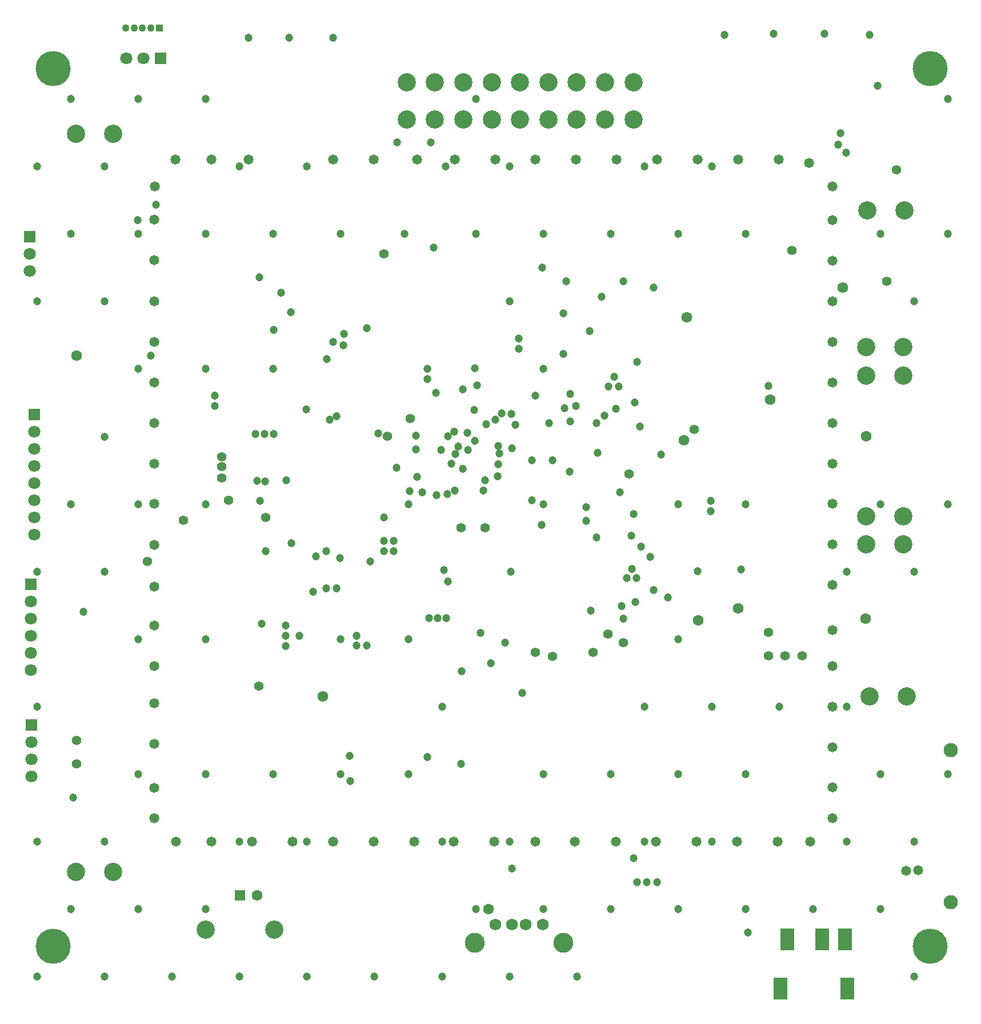
<source format=gbs>
G04*
G04 #@! TF.GenerationSoftware,Altium Limited,Altium Designer,23.5.1 (21)*
G04*
G04 Layer_Color=16711935*
%FSLAX44Y44*%
%MOMM*%
G71*
G04*
G04 #@! TF.SameCoordinates,94069164-061E-4E51-8288-264057568BAF*
G04*
G04*
G04 #@! TF.FilePolarity,Negative*
G04*
G01*
G75*
%ADD91R,1.8040X1.8040*%
%ADD92C,1.8040*%
%ADD93C,1.6020*%
%ADD94R,1.6020X1.6020*%
%ADD95C,2.7020*%
%ADD96C,2.7040*%
%ADD97C,1.7280*%
%ADD98C,2.9540*%
%ADD99C,5.2040*%
%ADD100R,2.0040X3.2040*%
%ADD101C,2.1040*%
%ADD102R,1.1020X1.1020*%
%ADD103C,1.1020*%
%ADD104R,1.8040X1.8040*%
%ADD105C,1.2040*%
%ADD106C,1.4740*%
%ADD107C,1.4040*%
%ADD108C,1.6040*%
D91*
X65000Y1150800D02*
D03*
X68000Y428000D02*
D03*
X72370Y887260D02*
D03*
X67290Y635800D02*
D03*
D92*
X65000Y1125400D02*
D03*
Y1100000D02*
D03*
X68000Y351800D02*
D03*
Y377200D02*
D03*
Y402600D02*
D03*
X72370Y861860D02*
D03*
Y836460D02*
D03*
Y811060D02*
D03*
Y785660D02*
D03*
Y760260D02*
D03*
Y734860D02*
D03*
Y709460D02*
D03*
X67290Y610400D02*
D03*
Y585000D02*
D03*
Y559600D02*
D03*
Y534200D02*
D03*
Y508800D02*
D03*
X234000Y1415000D02*
D03*
X208600D02*
D03*
D93*
X402200Y175000D02*
D03*
D94*
X376800D02*
D03*
D95*
X326000Y124200D02*
D03*
X427600D02*
D03*
D96*
X623941Y1324000D02*
D03*
X665941D02*
D03*
X707941D02*
D03*
X623941Y1379000D02*
D03*
X665941D02*
D03*
X707941D02*
D03*
X749941Y1324000D02*
D03*
X791941D02*
D03*
X833941D02*
D03*
X875941D02*
D03*
X749941Y1379000D02*
D03*
X791941D02*
D03*
X833941D02*
D03*
X875941D02*
D03*
X917941Y1324000D02*
D03*
Y1379000D02*
D03*
X959941Y1324000D02*
D03*
Y1379000D02*
D03*
X1360000Y737000D02*
D03*
X1305000D02*
D03*
Y695000D02*
D03*
X1360000D02*
D03*
Y945000D02*
D03*
X1305000D02*
D03*
Y987000D02*
D03*
X1360000D02*
D03*
X1362000Y1190000D02*
D03*
X1307000D02*
D03*
X1365000Y470000D02*
D03*
X1310000D02*
D03*
X134000Y1303000D02*
D03*
X189000D02*
D03*
X134000Y210000D02*
D03*
X189000D02*
D03*
D97*
X825300Y132000D02*
D03*
X800300D02*
D03*
X780300D02*
D03*
X755300D02*
D03*
D98*
X856000Y105000D02*
D03*
X724600D02*
D03*
D99*
X100000Y100000D02*
D03*
X1400000Y1400000D02*
D03*
X100000D02*
D03*
X1400000Y100000D02*
D03*
D100*
X1274000Y110000D02*
D03*
X1240000D02*
D03*
X1188000D02*
D03*
X1277000Y37000D02*
D03*
X1178000D02*
D03*
D101*
X1430000Y390000D02*
D03*
Y165000D02*
D03*
D102*
X257500Y1460000D02*
D03*
D103*
X245000D02*
D03*
X232500D02*
D03*
X220000D02*
D03*
X207500D02*
D03*
D104*
X259400Y1415000D02*
D03*
D105*
X758619Y795964D02*
D03*
X740000Y790000D02*
D03*
X340000Y915000D02*
D03*
X475000Y895000D02*
D03*
X581453Y859861D02*
D03*
X637776Y855911D02*
D03*
X520000Y885000D02*
D03*
X509714Y879857D02*
D03*
X550000Y545000D02*
D03*
Y560000D02*
D03*
X176001Y654408D02*
D03*
X678953Y657361D02*
D03*
X520000Y630000D02*
D03*
X505000D02*
D03*
X485000Y625000D02*
D03*
X445062Y544853D02*
D03*
X445000Y560000D02*
D03*
X770000Y550000D02*
D03*
X778000Y654756D02*
D03*
X760000Y813500D02*
D03*
X759839Y840895D02*
D03*
X761391Y829500D02*
D03*
X126349Y754756D02*
D03*
X685000Y640000D02*
D03*
X737512Y774404D02*
D03*
X823686Y723686D02*
D03*
X76349Y1054756D02*
D03*
X531114Y1006482D02*
D03*
X530000Y990000D02*
D03*
X414306Y788656D02*
D03*
X402411Y788911D02*
D03*
X515000Y995000D02*
D03*
X505433Y969163D02*
D03*
X638082Y835456D02*
D03*
X825000Y1105000D02*
D03*
X724500Y893929D02*
D03*
X706916Y924584D02*
D03*
X628500Y774144D02*
D03*
X639329Y795365D02*
D03*
X856528Y977080D02*
D03*
X713868Y860133D02*
D03*
X724541Y848179D02*
D03*
X715000Y835000D02*
D03*
X700000Y840000D02*
D03*
X696471Y829055D02*
D03*
X675000Y835000D02*
D03*
X621013Y1154756D02*
D03*
X690000Y815000D02*
D03*
X252090Y1197974D02*
D03*
X326349Y1154756D02*
D03*
X406000Y1091000D02*
D03*
X452673Y1038641D02*
D03*
X426349Y1154756D02*
D03*
X225000Y1175000D02*
D03*
X245000Y975000D02*
D03*
X176349Y1054756D02*
D03*
X609128Y808511D02*
D03*
X646843Y771843D02*
D03*
X340000Y900000D02*
D03*
X427000Y1013000D02*
D03*
X724895Y956209D02*
D03*
X565000Y1015000D02*
D03*
X682093Y1254756D02*
D03*
X726349Y1154756D02*
D03*
X776349Y1254756D02*
D03*
X826349Y754756D02*
D03*
X1026349D02*
D03*
X1126349D02*
D03*
X326349Y1354756D02*
D03*
X409236Y577385D02*
D03*
X1426349Y1354756D02*
D03*
Y1154756D02*
D03*
X1376349Y1054756D02*
D03*
X1426349Y754756D02*
D03*
X1376349Y654756D02*
D03*
X1426349Y354756D02*
D03*
X1376349Y254756D02*
D03*
Y54756D02*
D03*
X1326349Y1154756D02*
D03*
Y754756D02*
D03*
X1276349Y654756D02*
D03*
Y454756D02*
D03*
X1326349Y354756D02*
D03*
X1276349Y254756D02*
D03*
X1326349Y154756D02*
D03*
X1176349Y454756D02*
D03*
X1226349Y154756D02*
D03*
X1076349Y1254756D02*
D03*
X1126349Y1154756D02*
D03*
X1076349Y454756D02*
D03*
X1126349Y354756D02*
D03*
X1076349Y254756D02*
D03*
X1126349Y154756D02*
D03*
X976349Y1254756D02*
D03*
X1026349Y1154756D02*
D03*
Y554756D02*
D03*
X976349Y454756D02*
D03*
X1026349Y354756D02*
D03*
X976349Y254756D02*
D03*
X1026349Y154756D02*
D03*
X926349Y1154756D02*
D03*
Y354756D02*
D03*
Y154756D02*
D03*
X876349Y54756D02*
D03*
X826349Y1154756D02*
D03*
X776349Y1054756D02*
D03*
X826349Y954756D02*
D03*
Y354756D02*
D03*
X776349Y254756D02*
D03*
X826349Y154756D02*
D03*
X776349Y54756D02*
D03*
X726349Y1354756D02*
D03*
X676349Y454756D02*
D03*
Y254756D02*
D03*
X726349Y154756D02*
D03*
X676349Y54756D02*
D03*
X626349Y754756D02*
D03*
Y554756D02*
D03*
Y354756D02*
D03*
X576349Y54756D02*
D03*
X476349Y1254756D02*
D03*
X526349Y1154756D02*
D03*
Y554756D02*
D03*
Y354756D02*
D03*
X476349Y254756D02*
D03*
Y54756D02*
D03*
X376349Y1254756D02*
D03*
X426349Y954756D02*
D03*
Y354756D02*
D03*
X376349Y254756D02*
D03*
Y54756D02*
D03*
X326349Y954756D02*
D03*
Y754756D02*
D03*
Y554756D02*
D03*
Y354756D02*
D03*
Y154756D02*
D03*
X276349Y54756D02*
D03*
X226349Y1354756D02*
D03*
X176349Y1254756D02*
D03*
X226349Y1154756D02*
D03*
Y954756D02*
D03*
X176349Y854756D02*
D03*
X226349Y754756D02*
D03*
Y554756D02*
D03*
Y354756D02*
D03*
X176349Y254756D02*
D03*
X226349Y154756D02*
D03*
X176349Y54756D02*
D03*
X126349Y1354756D02*
D03*
X76349Y1254756D02*
D03*
X126349Y1154756D02*
D03*
X76349Y654756D02*
D03*
Y454756D02*
D03*
Y254756D02*
D03*
X126349Y154756D02*
D03*
X76349Y54756D02*
D03*
X505000Y685000D02*
D03*
X668121Y768036D02*
D03*
X965000Y965000D02*
D03*
X856093Y1037407D02*
D03*
X694232Y861857D02*
D03*
X685000Y855000D02*
D03*
X707441Y807183D02*
D03*
X695000Y775000D02*
D03*
X684714Y769857D02*
D03*
X964715Y645000D02*
D03*
X438000Y1068000D02*
D03*
X779291Y888000D02*
D03*
X858000Y896600D02*
D03*
X835000Y875000D02*
D03*
X896843Y596843D02*
D03*
X765000Y889000D02*
D03*
X815000Y915000D02*
D03*
X667000Y920000D02*
D03*
X733500Y564013D02*
D03*
X728110Y930187D02*
D03*
X784822Y872314D02*
D03*
X755000Y880000D02*
D03*
X894891Y1010668D02*
D03*
X865750Y803000D02*
D03*
X741747Y873000D02*
D03*
X905686Y874686D02*
D03*
X810000Y820000D02*
D03*
X917000Y886000D02*
D03*
X810000Y760000D02*
D03*
X942730Y604062D02*
D03*
X962478Y609480D02*
D03*
X950000Y645000D02*
D03*
X655000Y940000D02*
D03*
X664000Y1135000D02*
D03*
X660000Y1290000D02*
D03*
X748749Y518750D02*
D03*
X860000Y1085000D02*
D03*
X790000Y985000D02*
D03*
Y1000000D02*
D03*
X912828Y1061464D02*
D03*
X780000Y837500D02*
D03*
X655000Y955000D02*
D03*
X940000Y772500D02*
D03*
X960000Y740000D02*
D03*
X890000Y750000D02*
D03*
X970000Y870000D02*
D03*
X866742Y877374D02*
D03*
X1011000Y616500D02*
D03*
X945000Y1085000D02*
D03*
X1119366Y658337D02*
D03*
X795000Y475000D02*
D03*
X840000Y820000D02*
D03*
X866000Y918000D02*
D03*
X1055000Y655000D02*
D03*
X590000Y735000D02*
D03*
X570000Y670000D02*
D03*
X610000Y1290000D02*
D03*
X957000Y707500D02*
D03*
X962033Y905370D02*
D03*
X1160000Y930000D02*
D03*
X890000Y730000D02*
D03*
X906640Y830313D02*
D03*
X1074445Y759517D02*
D03*
Y744517D02*
D03*
X905000Y705000D02*
D03*
X923121Y929185D02*
D03*
X931202Y943298D02*
D03*
X938121Y929185D02*
D03*
X958081Y659113D02*
D03*
X990000Y1075000D02*
D03*
X1000745Y827964D02*
D03*
X415000Y685000D02*
D03*
X540000Y345000D02*
D03*
X989948Y627475D02*
D03*
X984864Y676837D02*
D03*
X875000Y900000D02*
D03*
X1263009Y1286799D02*
D03*
X657000Y586000D02*
D03*
X683000D02*
D03*
X605000Y685000D02*
D03*
X590000Y700000D02*
D03*
X445130Y790349D02*
D03*
X605000Y700000D02*
D03*
X590000Y685000D02*
D03*
X406943Y759491D02*
D03*
X945000Y585000D02*
D03*
X565000Y545000D02*
D03*
X445000Y575000D02*
D03*
X539576Y381960D02*
D03*
X705752Y506869D02*
D03*
X525000Y675000D02*
D03*
X145000Y595000D02*
D03*
X515000Y1445000D02*
D03*
X450000D02*
D03*
X390000D02*
D03*
X1242933Y1451026D02*
D03*
X1167721Y1451208D02*
D03*
X1095000Y1450000D02*
D03*
X1310000D02*
D03*
X1322189Y1374308D02*
D03*
X1275000Y1275000D02*
D03*
X1130000Y120000D02*
D03*
X130000Y320000D02*
D03*
X465000Y560000D02*
D03*
X670000Y586000D02*
D03*
X655000Y380000D02*
D03*
X705000Y370000D02*
D03*
X995000Y195000D02*
D03*
X980000D02*
D03*
X965000D02*
D03*
X780000Y215000D02*
D03*
X934389Y896266D02*
D03*
X489558Y677508D02*
D03*
X960000Y230000D02*
D03*
X452861Y696500D02*
D03*
X1267000Y1304000D02*
D03*
X426538Y858780D02*
D03*
X413538D02*
D03*
X399538D02*
D03*
X971000Y692000D02*
D03*
D106*
X250000Y632650D02*
D03*
Y1176000D02*
D03*
X995000Y1265000D02*
D03*
X1175000D02*
D03*
X1055000D02*
D03*
X1115000D02*
D03*
X935000D02*
D03*
X875000D02*
D03*
X1255000Y568150D02*
D03*
Y815000D02*
D03*
X639350Y1265000D02*
D03*
X250000Y814629D02*
D03*
X1382142Y212287D02*
D03*
X1363833Y211706D02*
D03*
X815000Y1265000D02*
D03*
X755000D02*
D03*
X695000D02*
D03*
X575000D02*
D03*
X515000D02*
D03*
X390000D02*
D03*
X335000D02*
D03*
X1220000Y1260000D02*
D03*
X1255000Y1225000D02*
D03*
Y1175000D02*
D03*
Y1115000D02*
D03*
Y1055000D02*
D03*
Y995000D02*
D03*
Y935000D02*
D03*
Y875000D02*
D03*
Y755000D02*
D03*
Y695000D02*
D03*
Y635000D02*
D03*
Y515000D02*
D03*
Y455000D02*
D03*
Y395000D02*
D03*
Y335000D02*
D03*
Y290000D02*
D03*
X1221615Y255000D02*
D03*
X1113607D02*
D03*
X1174083D02*
D03*
X250520Y1225520D02*
D03*
X1053400Y255000D02*
D03*
X992924D02*
D03*
X934083D02*
D03*
X873033D02*
D03*
X814593D02*
D03*
X754145D02*
D03*
X693913D02*
D03*
X635000D02*
D03*
X575000D02*
D03*
X515000D02*
D03*
X455000D02*
D03*
X395000D02*
D03*
X335000D02*
D03*
X282505Y254757D02*
D03*
X250000Y290000D02*
D03*
Y334629D02*
D03*
Y459629D02*
D03*
Y400000D02*
D03*
Y574629D02*
D03*
Y515000D02*
D03*
Y694629D02*
D03*
Y755000D02*
D03*
Y934629D02*
D03*
Y875000D02*
D03*
Y1054629D02*
D03*
Y995000D02*
D03*
Y1116371D02*
D03*
X280968Y1265000D02*
D03*
D107*
X629013Y881522D02*
D03*
X240000Y670000D02*
D03*
X1050000Y865000D02*
D03*
X922000Y562000D02*
D03*
X840038Y529569D02*
D03*
X740000Y720000D02*
D03*
X705000D02*
D03*
X595000Y855000D02*
D03*
X1160000Y530000D02*
D03*
X1210000D02*
D03*
X1185000D02*
D03*
X1160000Y565000D02*
D03*
X350229Y793730D02*
D03*
X350000Y825000D02*
D03*
Y810000D02*
D03*
X590000Y1125000D02*
D03*
X953506Y799559D02*
D03*
X945000Y550000D02*
D03*
X135000Y370000D02*
D03*
Y405000D02*
D03*
X415000Y735000D02*
D03*
X360000Y760000D02*
D03*
X293429Y731130D02*
D03*
X900000Y535000D02*
D03*
X815000D02*
D03*
X405000Y485000D02*
D03*
X1335000Y1085000D02*
D03*
X1350000Y1250000D02*
D03*
X1195000Y1130000D02*
D03*
D108*
X135000Y975000D02*
D03*
X1034575Y849592D02*
D03*
X1115000Y600000D02*
D03*
X1162270Y909776D02*
D03*
X1270000Y1075000D02*
D03*
X500000Y470000D02*
D03*
X745000Y155000D02*
D03*
X1304200Y585116D02*
D03*
X1305000Y855000D02*
D03*
X1056000Y583000D02*
D03*
X1039000Y1031000D02*
D03*
M02*

</source>
